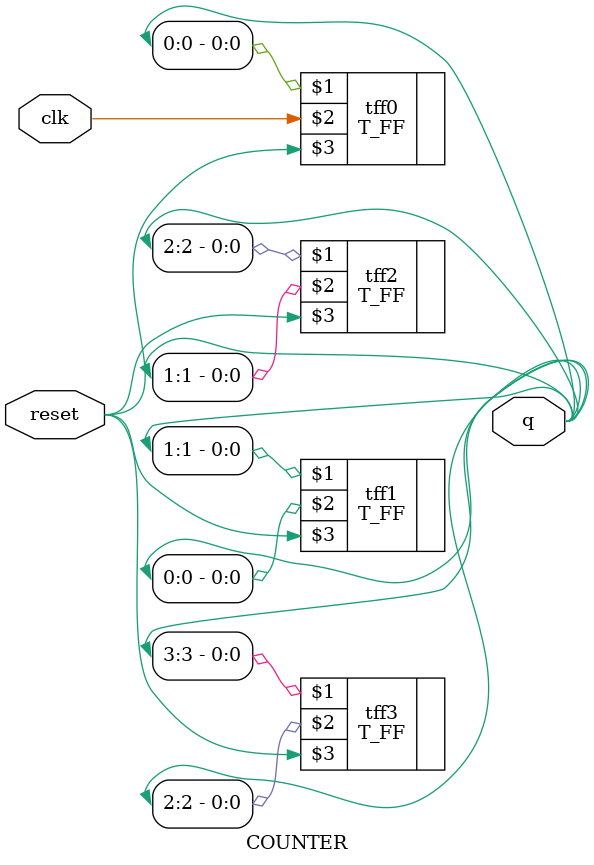
<source format=v>
module COUNTER(q, clk, reset);
output [3:0] q;
input clk, reset;

T_FF tff0(q[0], clk, reset);
T_FF tff1(q[1], q[0], reset);
T_FF tff2(q[2], q[1], reset);
T_FF tff3(q[3], q[2], reset);

endmodule

</source>
